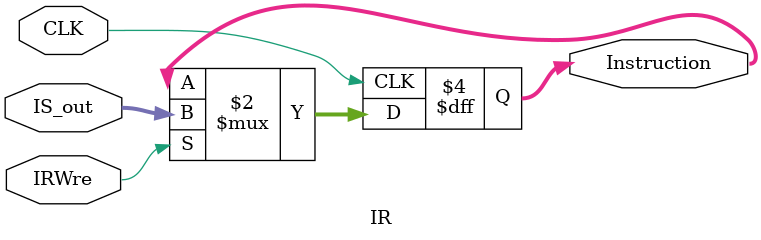
<source format=v>
`timescale 1ns / 1ps


module IR(
    input [31:0]IS_out,
    input CLK,IRWre,
    output reg [31:0]Instruction
);
    always@(posedge CLK)
        begin
            if(IRWre)Instruction <= IS_out;
        end
endmodule

</source>
